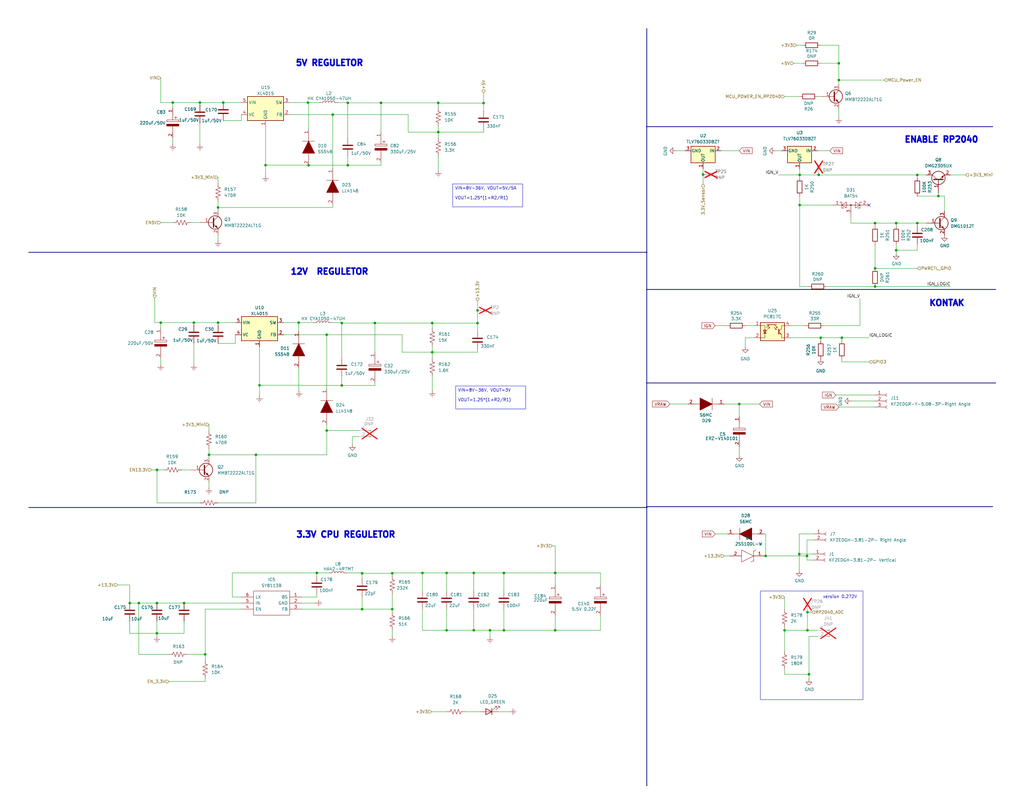
<source format=kicad_sch>
(kicad_sch (version 20231120) (generator "eeschema") (generator_version "8.0")
  (paper "User" 431 342)
  (junction (at 77.47 254))
  (junction (at 87.9567 191.5238))
  (junction (at 109.22 162.2591))
  (junction (at 66.04 266.7))
  (junction (at 295.91 73.4937))
  (junction (at 81.6019 135.89))
  (junction (at 133.35 241.3))
  (junction (at 66.04 254))
  (junction (at 200.9867 136.109))
  (junction (at 233.68 265.43))
  (junction (at 212.09 265.43))
  (junction (at 84.1419 43.18))
  (junction (at 160.3467 43.3232))
  (junction (at 181.9367 148.3438))
  (junction (at 386.08 73.66))
  (junction (at 345.44 142.24))
  (junction (at 129.5952 43.18))
  (junction (at 272.2111 106.2507) (diameter 0.3048))
  (junction (at 368.3 93.98))
  (junction (at 91.7921 135.89))
  (junction (at 272.2111 161.29) (diameter 0.3048))
  (junction (at 137.4867 181.3307))
  (junction (at 339.8499 265.43))
  (junction (at 368.3 120.65))
  (junction (at 72.7125 43.18))
  (junction (at 344.5606 73.66))
  (junction (at 368.3 113.03))
  (junction (at 311.15 170.18))
  (junction (at 184.4767 55.6338))
  (junction (at 212.09 241.3))
  (junction (at 330.2 265.43))
  (junction (at 354.33 142.24))
  (junction (at 137.4867 140.97))
  (junction (at 336.3771 233.348))
  (junction (at 111.76 69.5491))
  (junction (at 107.7044 191.5238))
  (junction (at 377.19 105.41))
  (junction (at 165.1 241.4213))
  (junction (at 152.4 241.4213))
  (junction (at 336.55 86.36))
  (junction (at 336.55 73.66))
  (junction (at 339.6674 234.1477))
  (junction (at 129.8667 69.6038))
  (junction (at 272.2111 121.92) (diameter 0.3048))
  (junction (at 322.2448 234.1477))
  (junction (at 206.248 265.43))
  (junction (at 177.8 241.3))
  (junction (at 200.9867 130.7165))
  (junction (at 377.19 93.98))
  (junction (at 394.97 82.55))
  (junction (at 233.68 241.3))
  (junction (at 272.2111 53.34) (diameter 0.3048))
  (junction (at 340.4851 283.9561))
  (junction (at 143.8367 162.3138))
  (junction (at 187.96 265.43))
  (junction (at 66.0848 197.8738))
  (junction (at 91.7667 87.3838))
  (junction (at 152.4 256.54))
  (junction (at 146.3767 43.3232))
  (junction (at 140.0267 48.26))
  (junction (at 199.39 241.3))
  (junction (at 353.06 33.7136))
  (junction (at 67.6367 135.89))
  (junction (at 339.8499 257.81))
  (junction (at 386.08 93.98))
  (junction (at 54.61 254))
  (junction (at 157.8067 136.0332))
  (junction (at 272.2111 213.36) (diameter 0.3048))
  (junction (at 181.8942 136.0332))
  (junction (at 143.8367 136.0332))
  (junction (at 93.98 43.18))
  (junction (at 86.36 275.59))
  (junction (at 353.06 26.67))
  (junction (at 58.42 254))
  (junction (at 272.2111 213.7291) (diameter 0.3048))
  (junction (at 125.6954 135.89))
  (junction (at 203.5267 43.399))
  (junction (at 165.1 256.54))
  (junction (at 187.96 241.3))
  (junction (at 146.3767 69.6038))
  (junction (at 184.4342 43.3232))
  (junction (at 199.39 265.43))
  (no_connect (at 365.76 86.36))
  (wire (pts (xy 81.6019 135.89) (xy 91.7921 135.89)))
  (wire (pts (xy 86.36 275.59) (xy 86.36 278.13)))
  (wire (pts (xy 140.0267 87.3838) (xy 140.0267 86.1138)))
  (wire (pts (xy 91.7667 88.6167) (xy 91.7825 88.6167)))
  (wire (pts (xy 177.8 241.3) (xy 165.1 241.3)))
  (wire (pts (xy 129.8667 54.3638) (xy 129.8667 43.18)))
  (wire (pts (xy 181.61 299.72) (xy 187.96 299.72)))
  (wire (pts (xy 137.4867 178.8238) (xy 137.4867 181.3307)))
  (wire (pts (xy 97.79 251.46) (xy 97.79 241.3)))
  (wire (pts (xy 143.8367 158.5038) (xy 143.8367 162.3138)))
  (wire (pts (xy 252.73 241.3) (xy 233.68 241.3)))
  (wire (pts (xy 311.15 187.96) (xy 311.15 191.77)))
  (wire (pts (xy 358.14 93.98) (xy 368.3 93.98)))
  (wire (pts (xy 133.35 241.3) (xy 133.35 242.57)))
  (wire (pts (xy 58.42 254) (xy 66.04 254)))
  (bus (pts (xy 272.2111 213.36) (xy 417.83 213.36)) (stroke (width 0.3048)))
  (wire (pts (xy 111.76 69.5491) (xy 111.76 73.1676)))
  (wire (pts (xy 169.2367 148.3438) (xy 181.9367 148.3438)))
  (wire (pts (xy 203.5267 39.1238) (xy 203.5267 43.399)))
  (wire (pts (xy 203.5267 43.399) (xy 203.5267 46.7438)))
  (wire (pts (xy 157.8067 162.3138) (xy 143.8367 162.3138)))
  (wire (pts (xy 336.55 73.66) (xy 344.5606 73.66)))
  (wire (pts (xy 165.1 241.3) (xy 165.1 241.4213)))
  (bus (pts (xy 272.2111 161.29) (xy 419.1 161.29)) (stroke (width 0.3048)))
  (wire (pts (xy 81.6019 137.16) (xy 81.6067 137.16)))
  (wire (pts (xy 339.6674 234.1477) (xy 339.6674 235.888)))
  (wire (pts (xy 377.19 102.87) (xy 377.19 105.41)))
  (wire (pts (xy 54.61 266.7) (xy 66.04 266.7)))
  (wire (pts (xy 284.48 63.5) (xy 288.29 63.5)))
  (wire (pts (xy 80.3367 93.6967) (xy 80.3367 93.7338)))
  (wire (pts (xy 326.39 63.5) (xy 328.93 63.5)))
  (wire (pts (xy 109.22 162.2591) (xy 109.22 165.8776)))
  (wire (pts (xy 91.7667 101.3538) (xy 91.7667 98.7767)))
  (wire (pts (xy 339.8499 257.81) (xy 339.8499 265.43)))
  (wire (pts (xy 137.4867 181.3307) (xy 151.13 181.3307)))
  (wire (pts (xy 111.76 53.34) (xy 111.76 69.5491)))
  (wire (pts (xy 199.39 256.54) (xy 199.39 265.43)))
  (wire (pts (xy 199.39 265.43) (xy 206.248 265.43)))
  (wire (pts (xy 87.9542 191.5238) (xy 87.9542 192.835)))
  (wire (pts (xy 304.7183 234.112) (xy 304.7183 234.1477)))
  (wire (pts (xy 75.2542 197.915) (xy 75.2542 197.8738)))
  (wire (pts (xy 195.58 299.72) (xy 201.93 299.72)))
  (wire (pts (xy 66.04 267.97) (xy 66.04 266.7)))
  (wire (pts (xy 143.51 136.0332) (xy 143.8367 136.0332)))
  (wire (pts (xy 143.8367 136.0332) (xy 157.8067 136.0332)))
  (wire (pts (xy 160.3467 55.6338) (xy 160.3467 43.3232)))
  (wire (pts (xy 91.7667 98.7767) (xy 91.7825 98.7767)))
  (wire (pts (xy 317.5 142.24) (xy 313.69 142.24)))
  (wire (pts (xy 397.51 82.55) (xy 394.97 82.55)))
  (wire (pts (xy 206.248 265.43) (xy 206.248 268.224)))
  (wire (pts (xy 84.1419 43.18) (xy 93.98 43.18)))
  (wire (pts (xy 199.39 241.3) (xy 187.96 241.3)))
  (bus (pts (xy 272.2111 161.29) (xy 272.2111 213.36)) (stroke (width 0.3048)))
  (wire (pts (xy 353.06 26.67) (xy 345.44 26.67)))
  (wire (pts (xy 165.1 257.81) (xy 165.1 256.54)))
  (wire (pts (xy 336.55 86.36) (xy 350.52 86.36)))
  (wire (pts (xy 233.68 259.08) (xy 233.68 265.43)))
  (wire (pts (xy 132.0501 135.89) (xy 132.0501 135.8854)))
  (wire (pts (xy 121.92 43.18) (xy 129.5952 43.18)))
  (bus (pts (xy 12.0996 213.7291) (xy 272.2111 213.7291)) (stroke (width 0.3048)))
  (wire (pts (xy 336.55 73.66) (xy 336.55 74.93)))
  (wire (pts (xy 87.9567 178.8238) (xy 87.9567 181.3638)))
  (wire (pts (xy 342.222 235.888) (xy 339.6674 235.888)))
  (wire (pts (xy 66.04 254) (xy 77.47 254)))
  (wire (pts (xy 157.8067 161.0438) (xy 157.8067 162.3138)))
  (wire (pts (xy 209.55 299.72) (xy 214.63 299.72)))
  (wire (pts (xy 67.6367 138.1838) (xy 67.6367 135.89)))
  (wire (pts (xy 87.9567 191.5238) (xy 107.7044 191.5238)))
  (wire (pts (xy 311.15 170.18) (xy 319.6894 170.18)))
  (wire (pts (xy 140.0267 48.26) (xy 140.0267 70.8738)))
  (wire (pts (xy 67.6367 135.89) (xy 81.6019 135.89)))
  (bus (pts (xy 12.0738 106.2507) (xy 272.2111 106.2507)) (stroke (width 0.3048)))
  (wire (pts (xy 137.4867 181.3307) (xy 137.4867 191.5238)))
  (wire (pts (xy 54.61 261.62) (xy 54.61 266.7)))
  (wire (pts (xy 330.2 251.46) (xy 330.2 256.54)))
  (wire (pts (xy 91.7667 74.6838) (xy 91.7667 77.2238)))
  (wire (pts (xy 336.55 71.12) (xy 336.55 73.66)))
  (wire (pts (xy 386.08 93.98) (xy 389.89 93.98)))
  (wire (pts (xy 101.6 251.46) (xy 97.79 251.46)))
  (wire (pts (xy 109.22 146.05) (xy 109.22 162.2591)))
  (wire (pts (xy 101.6 256.54) (xy 86.36 256.54)))
  (wire (pts (xy 368.3 113.03) (xy 386.08 113.03)))
  (wire (pts (xy 353.06 26.67) (xy 353.06 33.7136)))
  (wire (pts (xy 133.35 241.3) (xy 138.43 241.3)))
  (wire (pts (xy 67.6367 93.7338) (xy 72.7167 93.7338)))
  (wire (pts (xy 181.9367 148.3438) (xy 181.9367 150.8838)))
  (wire (pts (xy 137.4867 140.97) (xy 169.2367 140.97)))
  (wire (pts (xy 177.8 241.3) (xy 177.8 248.92)))
  (wire (pts (xy 187.96 241.3) (xy 177.8 241.3)))
  (wire (pts (xy 330.2 283.9561) (xy 340.4851 283.9561)))
  (wire (pts (xy 157.8067 148.3438) (xy 157.8067 136.0332)))
  (wire (pts (xy 65.0967 125.4838) (xy 65.0967 135.89)))
  (wire (pts (xy 212.09 256.54) (xy 212.09 265.43)))
  (wire (pts (xy 86.36 287.02) (xy 86.36 285.75)))
  (wire (pts (xy 171.7767 55.6338) (xy 184.4767 55.6338)))
  (wire (pts (xy 212.09 241.3) (xy 212.09 248.92)))
  (wire (pts (xy 78.74 275.59) (xy 86.36 275.59)))
  (wire (pts (xy 165.1 250.19) (xy 165.1 256.54)))
  (wire (pts (xy 129.8667 69.5491) (xy 129.8667 69.6038)))
  (wire (pts (xy 146.05 43.3232) (xy 146.3767 43.3232)))
  (wire (pts (xy 353.06 33.7136) (xy 372.11 33.7136)))
  (wire (pts (xy 67.6367 150.8838) (xy 67.6367 153.4238)))
  (wire (pts (xy 336.3771 224.8877) (xy 336.3771 233.348)))
  (wire (pts (xy 93.98 50.8) (xy 101.6 50.8)))
  (wire (pts (xy 148.336 183.896) (xy 148.336 187.198)))
  (bus (pts (xy 272.2111 53.34) (xy 272.2111 106.2507)) (stroke (width 0.3048)))
  (bus (pts (xy 272.2111 121.92) (xy 419.1 121.92)) (stroke (width 0.3048)))
  (wire (pts (xy 151.13 183.896) (xy 148.336 183.896)))
  (wire (pts (xy 184.4767 55.6338) (xy 184.4767 58.1738)))
  (wire (pts (xy 200.9867 136.109) (xy 200.9867 139.4538)))
  (bus (pts (xy 272.2111 121.92) (xy 272.2111 161.29)) (stroke (width 0.3048)))
  (wire (pts (xy 184.4342 43.3232) (xy 184.4767 43.3232)))
  (wire (pts (xy 87.9542 205.4938) (xy 87.9567 205.4938)))
  (wire (pts (xy 212.09 241.3) (xy 199.39 241.3)))
  (wire (pts (xy 72.7125 58.1395) (xy 72.7125 60.7138)))
  (wire (pts (xy 339.6674 227.4277) (xy 339.6674 234.1477)))
  (wire (pts (xy 303.53 63.5) (xy 311.15 63.5)))
  (wire (pts (xy 184.4767 53.0938) (xy 184.4767 55.6338)))
  (wire (pts (xy 81.6067 137.16) (xy 81.6067 136.9138)))
  (wire (pts (xy 181.9367 148.3438) (xy 200.9867 148.3438)))
  (wire (pts (xy 281.94 170.18) (xy 289.56 170.18)))
  (wire (pts (xy 386.08 102.87) (xy 386.08 105.41)))
  (wire (pts (xy 87.9567 188.9838) (xy 87.9567 191.5238)))
  (wire (pts (xy 146.3767 65.7938) (xy 146.3767 69.6038)))
  (wire (pts (xy 129.8667 43.18) (xy 129.5952 43.18)))
  (wire (pts (xy 313.69 137.16) (xy 317.5 137.16)))
  (wire (pts (xy 63.8267 197.8738) (xy 66.0848 197.8738)))
  (wire (pts (xy 109.22 162.2591) (xy 127.3267 162.2591)))
  (bus (pts (xy 272.2111 106.2507) (xy 272.2111 121.92)) (stroke (width 0.3048)))
  (wire (pts (xy 233.68 229.87) (xy 233.68 241.3)))
  (wire (pts (xy 300.99 137.16) (xy 306.07 137.16)))
  (wire (pts (xy 336.55 86.36) (xy 336.55 120.65)))
  (wire (pts (xy 146.3767 43.3232) (xy 160.3467 43.3232)))
  (wire (pts (xy 54.61 254) (xy 58.42 254)))
  (wire (pts (xy 322.2448 224.8972) (xy 322.2448 234.1477)))
  (wire (pts (xy 65.0967 135.89) (xy 67.6367 135.89)))
  (wire (pts (xy 340.4851 283.9561) (xy 340.4851 285.9585)))
  (wire (pts (xy 386.08 95.25) (xy 386.08 93.98)))
  (wire (pts (xy 336.3771 233.348) (xy 336.3771 240.1882)))
  (wire (pts (xy 101.6 50.8) (xy 101.6 48.26)))
  (wire (pts (xy 332.74 137.16) (xy 339.09 137.16)))
  (wire (pts (xy 77.47 254) (xy 101.6 254)))
  (wire (pts (xy 181.9367 138.1838) (xy 181.9367 136.0332)))
  (wire (pts (xy 152.4 241.3) (xy 152.4 241.4213)))
  (wire (pts (xy 49.53 246.38) (xy 54.61 246.38)))
  (wire (pts (xy 394.97 82.55) (xy 394.97 81.28)))
  (wire (pts (xy 181.9367 145.8038) (xy 181.9367 148.3438)))
  (wire (pts (xy 111.76 69.5491) (xy 129.8667 69.5491)))
  (wire (pts (xy 353.06 45.72) (xy 353.06 49.53)))
  (wire (pts (xy 160.3467 43.3232) (xy 184.4342 43.3232)))
  (bus (pts (xy 272.2111 213.36) (xy 272.2111 213.7291)) (stroke (width 0.3048)))
  (wire (pts (xy 125.73 154.94) (xy 125.73 164.7013)))
  (wire (pts (xy 233.68 246.38) (xy 233.68 241.3)))
  (wire (pts (xy 199.39 241.3) (xy 199.39 248.92)))
  (wire (pts (xy 200.9867 126.7538) (xy 200.9867 130.7165)))
  (wire (pts (xy 200.9867 136.109) (xy 181.8942 136.109)))
  (wire (pts (xy 84.1419 44.45) (xy 84.1419 43.18)))
  (bus (pts (xy 272.2111 213.7291) (xy 272.2111 330.8199)) (stroke (width 0.3048)))
  (wire (pts (xy 66.04 261.62) (xy 66.04 266.7)))
  (wire (pts (xy 353.06 171.45) (xy 368.2552 171.45)))
  (wire (pts (xy 311.15 170.18) (xy 311.15 175.26)))
  (wire (pts (xy 233.68 241.3) (xy 212.09 241.3)))
  (wire (pts (xy 184.4767 55.6338) (xy 203.5267 55.6338)))
  (wire (pts (xy 119.38 140.97) (xy 137.4867 140.97)))
  (wire (pts (xy 203.5267 55.6338) (xy 203.5267 54.3638)))
  (wire (pts (xy 187.96 241.3) (xy 187.96 248.92)))
  (wire (pts (xy 107.7044 211.7633) (xy 107.7044 191.5238)))
  (wire (pts (xy 330.2 265.43) (xy 330.2 274.32)))
  (wire (pts (xy 127.3267 162.3138) (xy 143.8367 162.3138)))
  (wire (pts (xy 353.06 33.7136) (xy 353.06 35.56)))
  (wire (pts (xy 91.7667 87.3838) (xy 140.0267 87.3838)))
  (wire (pts (xy 84.1625 93.6967) (xy 80.3367 93.6967)))
  (wire (pts (xy 295.91 71.12) (xy 295.91 73.4937)))
  (wire (pts (xy 353.06 19.05) (xy 353.06 26.67)))
  (wire (pts (xy 304.7183 234.1477) (xy 307.0048 234.1477)))
  (wire (pts (xy 344.17 265.43) (xy 339.8499 265.43)))
  (wire (pts (xy 361.95 137.16) (xy 346.71 137.16)))
  (wire (pts (xy 152.4 251.46) (xy 152.4 256.54)))
  (wire (pts (xy 75.2542 197.8738) (xy 76.5267 197.8738)))
  (wire (pts (xy 84.1467 44.45) (xy 84.1467 44.2038)))
  (wire (pts (xy 91.7921 144.6065) (xy 99.06 144.6065)))
  (wire (pts (xy 295.91 73.4937) (xy 295.91 77.47)))
  (wire (pts (xy 86.36 256.54) (xy 86.36 275.59)))
  (wire (pts (xy 160.3467 68.3338) (xy 160.3467 69.6038)))
  (wire (pts (xy 67.6367 32.7738) (xy 67.6367 43.18)))
  (wire (pts (xy 125.6954 135.89) (xy 132.0501 135.89)))
  (wire (pts (xy 377.19 105.41) (xy 386.08 105.41)))
  (wire (pts (xy 81.6067 144.5338) (xy 81.6067 153.4238)))
  (wire (pts (xy 91.7921 135.89) (xy 99.06 135.89)))
  (wire (pts (xy 151.13 181.3307) (xy 151.13 181.356)))
  (wire (pts (xy 368.3 93.98) (xy 368.3 95.25)))
  (wire (pts (xy 184.4342 43.399) (xy 184.4342 43.3232)))
  (wire (pts (xy 344.17 267.97) (xy 340.4851 267.97)))
  (wire (pts (xy 344.5606 73.66) (xy 386.08 73.66)))
  (wire (pts (xy 342.6375 224.8877) (xy 336.3771 224.8877)))
  (wire (pts (xy 146.05 43.1754) (xy 146.05 43.3232)))
  (wire (pts (xy 66.0848 197.8738) (xy 68.9067 197.8738)))
  (wire (pts (xy 252.73 265.43) (xy 233.68 265.43)))
  (wire (pts (xy 87.9542 202.995) (xy 87.9542 205.4938)))
  (wire (pts (xy 233.68 265.43) (xy 212.09 265.43)))
  (wire (pts (xy 336.55 82.55) (xy 336.55 86.36)))
  (wire (pts (xy 71.12 287.02) (xy 86.36 287.02)))
  (wire (pts (xy 125.6954 139.7) (xy 125.73 139.7)))
  (wire (pts (xy 377.19 105.41) (xy 377.19 106.68)))
  (wire (pts (xy 345.44 19.05) (xy 353.06 19.05)))
  (wire (pts (xy 165.1 256.54) (xy 152.4 256.54)))
  (wire (pts (xy 160.3467 69.6038) (xy 146.3767 69.6038)))
  (wire (pts (xy 91.7921 135.89) (xy 91.7921 136.9865)))
  (wire (pts (xy 306.2339 224.8877) (xy 301.0365 224.8877)))
  (wire (pts (xy 109.2247 165.8776) (xy 109.2247 166.707)))
  (wire (pts (xy 345.44 142.24) (xy 332.74 142.24)))
  (wire (pts (xy 187.96 265.43) (xy 199.39 265.43)))
  (wire (pts (xy 72.7125 45.4395) (xy 72.7125 43.18)))
  (wire (pts (xy 143.51 135.8854) (xy 139.6701 135.8854)))
  (wire (pts (xy 133.35 250.19) (xy 133.35 251.46)))
  (wire (pts (xy 340.4851 267.97) (xy 340.4851 283.9561)))
  (wire (pts (xy 66.0848 211.7633) (xy 66.0848 197.8738)))
  (wire (pts (xy 334.01 26.67) (xy 337.82 26.67)))
  (wire (pts (xy 339.6674 227.4277) (xy 342.6375 227.4277)))
  (wire (pts (xy 330.2 281.94) (xy 330.2 283.9561)))
  (wire (pts (xy 66.04 266.7) (xy 77.47 266.7)))
  (wire (pts (xy 252.73 246.38) (xy 252.73 241.3)))
  (wire (pts (xy 87.9542 191.5238) (xy 87.9567 191.5238)))
  (wire (pts (xy 386.08 74.93) (xy 386.08 73.66)))
  (wire (pts (xy 181.8942 136.109) (xy 181.8942 136.0332)))
  (wire (pts (xy 58.42 275.59) (xy 58.42 254)))
  (wire (pts (xy 129.5952 43.18) (xy 129.5952 43.1754)))
  (wire (pts (xy 54.61 246.38) (xy 54.61 254)))
  (wire (pts (xy 232.41 229.87) (xy 233.68 229.87)))
  (wire (pts (xy 165.1 242.57) (xy 165.1 241.4213)))
  (wire (pts (xy 125.73 164.7013) (xy 125.8771 164.7013)))
  (wire (pts (xy 146.05 43.1754) (xy 142.2101 43.1754)))
  (wire (pts (xy 84.1515 211.7633) (xy 66.0848 211.7633)))
  (wire (pts (xy 140.0267 48.26) (xy 171.7767 48.26)))
  (bus (pts (xy 272.2111 330.8199) (xy 272.3431 330.8199)))
  (wire (pts (xy 121.92 48.26) (xy 140.0267 48.26)))
  (wire (pts (xy 330.2 264.16) (xy 330.2 265.43)))
  (wire (pts (xy 165.1 241.4213) (xy 152.4 241.4213)))
  (wire (pts (xy 344.17 63.5) (xy 349.25 63.5)))
  (wire (pts (xy 347.98 120.65) (xy 368.3 120.65)))
  (wire (pts (xy 184.4767 45.4738) (xy 184.4767 43.3232)))
  (wire (pts (xy 361.95 125.73) (xy 361.95 137.16)))
  (wire (pts (xy 111.7647 73.1676) (xy 111.7647 73.997)))
  (wire (pts (xy 152.4 256.54) (xy 127 256.54)))
  (wire (pts (xy 354.33 142.24) (xy 345.44 142.24)))
  (wire (pts (xy 129.5952 43.1754) (xy 134.5901 43.1754)))
  (wire (pts (xy 157.8067 136.0332) (xy 181.8942 136.0332)))
  (wire (pts (xy 77.47 261.62) (xy 77.47 266.7)))
  (wire (pts (xy 377.19 93.98) (xy 377.19 95.25)))
  (wire (pts (xy 137.4867 140.97) (xy 137.4867 163.5838)))
  (wire (pts (xy 400.05 120.65) (xy 368.3 120.65)))
  (wire (pts (xy 206.248 265.43) (xy 212.09 265.43)))
  (wire (pts (xy 327.66 73.66) (xy 336.55 73.66)))
  (wire (pts (xy 72.7125 60.7138) (xy 72.7167 60.7138)))
  (wire (pts (xy 306.2339 224.8972) (xy 306.2339 224.8877)))
  (wire (pts (xy 72.7125 43.18) (xy 84.1419 43.18)))
  (wire (pts (xy 252.73 259.08) (xy 252.73 265.43)))
  (wire (pts (xy 177.8 256.54) (xy 177.8 265.43)))
  (wire (pts (xy 143.8367 136.0332) (xy 143.8367 150.8838)))
  (wire (pts (xy 200.9867 148.3438) (xy 200.9867 147.0738)))
  (wire (pts (xy 358.14 168.91) (xy 368.2552 168.91)))
  (wire (pts (xy 341.63 257.81) (xy 339.8499 257.81)))
  (wire (pts (xy 99.06 144.6065) (xy 99.06 140.97)))
  (wire (pts (xy 146.3767 43.3232) (xy 146.3767 58.1738)))
  (wire (pts (xy 339.8499 265.43) (xy 330.2 265.43)))
  (wire (pts (xy 365.76 152.4) (xy 354.33 152.4)))
  (wire (pts (xy 177.8 265.43) (xy 187.96 265.43)))
  (wire (pts (xy 129.8667 69.6038) (xy 146.3767 69.6038)))
  (wire (pts (xy 127.3267 162.2591) (xy 127.3267 162.3138)))
  (wire (pts (xy 368.3 102.87) (xy 368.3 113.03)))
  (wire (pts (xy 109.22 165.8776) (xy 109.2247 165.8776)))
  (wire (pts (xy 397.51 82.55) (xy 397.51 88.9)))
  (wire (pts (xy 184.4767 65.7938) (xy 184.4767 71.8898)))
  (wire (pts (xy 84.1419 44.45) (xy 84.1467 44.45)))
  (wire (pts (xy 386.08 93.98) (xy 377.19 93.98)))
  (wire (pts (xy 67.6367 43.18) (xy 72.7125 43.18)))
  (wire (pts (xy 187.96 256.54) (xy 187.96 265.43)))
  (wire (pts (xy 354.33 142.24) (xy 365.76 142.24)))
  (wire (pts (xy 336.3771 233.348) (xy 342.222 233.348)))
  (wire (pts (xy 71.12 275.59) (xy 58.42 275.59)))
  (wire (pts (xy 400.05 73.66) (xy 406.4 73.66)))
  (wire (pts (xy 386.08 73.66) (xy 389.89 73.66)))
  (wire (pts (xy 340.36 120.65) (xy 336.55 120.65)))
  (wire (pts (xy 91.7667 87.3838) (xy 91.7667 88.6167)))
  (wire (pts (xy 200.9867 130.7165) (xy 200.9867 136.109)))
  (wire (pts (xy 377.19 93.98) (xy 368.3 93.98)))
  (wire (pts (xy 169.2367 140.97) (xy 169.2367 148.3438)))
  (wire (pts (xy 354.33 152.4) (xy 354.33 151.13)))
  (wire (pts (xy 203.5267 43.399) (xy 184.4342 43.399)))
  (wire (pts (xy 330.2 40.64) (xy 336.55 40.64)))
  (wire (pts (xy 351.79 166.37) (xy 368.2552 166.37)))
  (wire (pts (xy 75.2542 197.915) (xy 80.3342 197.915)))
  (wire (pts (xy 345.44 142.24) (xy 345.44 143.51)))
  (wire (pts (xy 91.7667 84.8438) (xy 91.7667 87.3838)))
  (wire (pts (xy 181.9367 158.5038) (xy 181.9367 164.5998)))
  (wire (pts (xy 81.6019 137.16) (xy 81.6019 135.89)))
  (wire (pts (xy 322.2448 234.1477) (xy 339.6674 234.1477)))
  (wire (pts (xy 171.7767 48.26) (xy 171.7767 55.6338)))
  (wire (pts (xy 133.35 251.46) (xy 127 251.46)))
  (wire (pts (xy 354.33 143.51) (xy 354.33 142.24)))
  (wire (pts (xy 146.05 241.3) (xy 152.4 241.3)))
  (wire (pts (xy 84.1467 51.8238) (xy 84.1467 60.7138)))
  (wire (pts (xy 304.8 170.18) (xy 311.15 170.18)))
  (wire (pts (xy 335.28 19.05) (xy 337.82 19.05)))
  (wire (pts (xy 107.7044 191.5238) (xy 137.4867 191.5238)))
  (wire (pts (xy 165.1 265.43) (xy 165.1 267.97)))
  (wire (pts (xy 119.38 135.89) (xy 125.6954 135.89)))
  (wire (pts (xy 344.17 40.64) (xy 345.44 40.64)))
  (wire (pts (xy 313.69 142.24) (xy 313.69 146.05)))
  (wire (pts (xy 127 254) (xy 132.8116 254)))
  (wire (pts (xy 181.8942 136.0332) (xy 181.9367 136.0332)))
  (wire (pts (xy 143.51 135.8854) (xy 143.51 136.0332)))
  (wire (pts (xy 386.08 82.55) (xy 394.97 82.55)))
  (bus (pts (xy 272.2111 53.34) (xy 417.83 53.34)) (stroke (width 0.3048)))
  (wire (pts (xy 93.98 43.18) (xy 101.6 43.18)))
  (wire (pts (xy 321.4739 224.8972) (xy 322.2448 224.8972)))
  (bus (pts (xy 272.2111 12.0238) (xy 272.2111 53.34)) (stroke (width 0.3048)))
  (wire (pts (xy 152.4 241.4213) (xy 152.4 243.84)))
  (wire (pts (xy 111.76 73.1676) (xy 111.7647 73.1676)))
  (wire (pts (xy 97.79 241.3) (xy 133.35 241.3)))
  (wire (pts (xy 91.7715 211.7633) (xy 107.7044 211.7633)))
  (wire (pts (xy 125.6954 135.89) (xy 125.6954 139.7)))
  (wire (pts (xy 358.14 91.44) (xy 358.14 93.98)))
  (rectangle (start 320.04 248.92) (end 363.22 294.64))
  (text_box "VIN=8V-36V, VOUT=3V\n\nVOUT=1.25*(1+R2/R1)" (at 191.77 162.56 0) (size 29.464 9.652) (effects (font (size 1.27 1.27)) (justify left top)))
  (text_box "VIN=8V-36V, VOUT=5V/5A\n\nVOUT=1.25*(1+R2/R1)" (at 190.5 77.47 0) (size 29.464 9.652) (effects (font (size 1.27 1.27)) (justify left top)))
  (text "KONTAK" (at 398.526 127.762 0) (effects (font (size 2.54 2.54) (thickness 1.524) (bold yes))))
  (text "12V  REGULETOR\n" (at 138.684 114.554 0) (effects (font (size 2.54 2.54) (thickness 1.524) (bold yes))))
  (text "3.3V CPU REGULETOR\n" (at 145.542 225.298 0) (effects (font (size 2.54 2.54) (thickness 1.524) (bold yes))))
  (text "version 0.272V\n" (at 353.568 251.46 0) (effects (font (size 1.27 1.27))))
  (text "ENABLE RP2040\n" (at 396.24 58.928 0) (effects (font (size 2.54 2.54) (thickness 1.524) (bold yes))))
  (text "5V REGULETOR\n" (at 138.684 26.67 0) (effects (font (size 2.54 2.54) (thickness 1.524) (bold yes))))
  (label "IGN_V" (at 327.66 73.66 180))
  (label "IGN_V" (at 361.95 125.73 180))
  (label "IGN_LOGIC" (at 365.76 142.24 0))
  (label "IGN_LOGIC" (at 400.05 120.65 180))
  (global_label "VIN" (shape input) (at 311.15 63.5 0) (property "Intersheetrefs" "${INTERSHEET_REFS}" (effects (hide yes))))
  (global_label "VRAW" (shape input) (at 353.06 171.45 180) (property "Intersheetrefs" "${INTERSHEET_REFS}" (effects (hide yes))))
  (global_label "IGN" (shape input) (at 300.99 137.16 180) (property "Intersheetrefs" "${INTERSHEET_REFS}" (effects (hide yes))))
  (global_label "VIN" (shape input) (at 301.0365 224.8877 180) (property "Intersheetrefs" "${INTERSHEET_REFS}" (effects (hide yes))))
  (global_label "VRAW" (shape input) (at 281.94 170.18 180) (property "Intersheetrefs" "${INTERSHEET_REFS}" (effects (hide yes))))
  (global_label "VIN" (shape input) (at 319.6894 170.18 0) (property "Intersheetrefs" "${INTERSHEET_REFS}" (effects (hide yes))))
  (global_label "VIN" (shape input) (at 349.25 63.5 0) (property "Intersheetrefs" "${INTERSHEET_REFS}" (effects (hide yes))))
  (global_label "IGN" (shape input) (at 351.79 166.37 180) (property "Intersheetrefs" "${INTERSHEET_REFS}" (effects (hide yes))))
  (hierarchical_label "EN5V" (shape input) (at 67.6367 93.7338 180))
  (hierarchical_label "MCU_POWER_EN_RP2040" (shape input) (at 330.2 40.64 180))
  (hierarchical_label "RP2040_ADC" (shape input) (at 341.63 257.81 0))
  (hierarchical_label "+13.3V" (shape input) (at 49.53 246.38 180))
  (hierarchical_label "+5V" (shape input) (at 203.5267 39.1238 90))
  (hierarchical_label "+3V3_Mini" (shape input) (at 406.4 73.66 0))
  (hierarchical_label "+5V" (shape input) (at 334.01 26.67 180))
  (hierarchical_label "VIN" (shape input) (at 65.0967 125.4838 90))
  (hierarchical_label "EN_3.3V" (shape input) (at 71.12 287.02 180))
  (hierarchical_label "EN13.3V" (shape input) (at 63.8267 197.8738 180))
  (hierarchical_label "MCU_Power_EN" (shape input) (at 372.11 33.7136 0))
  (hierarchical_label "+3V3_Mini" (shape input) (at 91.7667 74.6838 180))
  (hierarchical_label "+3V3_Mini" (shape input) (at 87.9567 178.8238 180))
  (hierarchical_label "+3V3" (shape input) (at 330.2 251.46 180))
  (hierarchical_label "+13.3V" (shape input) (at 200.9867 126.7538 90))
  (hierarchical_label "VIN" (shape input) (at 67.6367 32.7738 180))
  (hierarchical_label "PWRCTL_GPIO" (shape input) (at 386.08 113.03 0))
  (hierarchical_label "GPIO3" (shape input) (at 365.76 152.4 0))
  (hierarchical_label "+3V3" (shape input) (at 181.61 299.72 180))
  (hierarchical_label "+3V3" (shape input) (at 232.41 229.87 180))
  (hierarchical_label "+13.3V" (shape input) (at 304.7183 234.112 180))
  (hierarchical_label "3.3V_Sensor" (shape input) (at 295.91 77.47 270))
  (hierarchical_label "+3V3" (shape input) (at 335.28 19.05 180))
  (symbol (lib_id "Device:R_US") (at 181.9367 154.6938 0) (unit 1)
    (property "Reference" "R162" (at 184.4767 153.4237 0) (effects (justify left)))
    (property "Value" "1.6K" (at 184.4767 155.9637 0) (effects (justify left)))
    (property "Footprint" "Resistor_SMD:R_0603_1608Metric" (effects (hide yes)))
    (property "Description" "Resistor, US symbol" (effects (hide yes)))
    (property "MPN" "0603WAF1601T5E" (effects (hide yes)))
  )
  (symbol (lib_id "Device:R") (at 309.88 137.16 270) (unit 1)
    (property "Reference" "R254" (at 309.88 131.9022 90))
    (property "Value" "3.3K" (at 309.88 134.2136 90))
    (property "Footprint" "Resistor_SMD:R_0603_1608Metric" (effects (hide yes)))
    (property "MPN" "0603WAF3301T5E" (effects (hide yes)))
  )
  (symbol (lib_id "power:GND") (at 284.48 63.5 270) (unit 1)
    (property "Reference" "#PWR0125" (effects (hide yes)))
    (property "Value" "GND" (at 280.0858 63.627 0))
  )
  (symbol (lib_id "Device:L") (at 135.8601 135.8854 90) (unit 1)
    (property "Reference" "L3" (at 135.8601 132.0754 90))
    (property "Value" "HX CYA1050-47UH" (at 136.0742 134.1794 90))
    (property "Footprint" "CYA1050-47UH:L_Bourns_SRR1208_12.7x12.7mm" (effects (hide yes)))
    (property "MPN" "HX CYA1050-47UH" (effects (hide yes)))
  )
  (symbol (lib_id "SS54B:SS54B") (at 129.8667 54.3638 270) (unit 1)
    (property "Reference" "D10" (at 133.6767 61.3488 90) (effects (justify left)))
    (property "Value" "SS54B" (at 133.6767 63.8888 90) (effects (justify left)))
    (property "Footprint" "Library:SS54B" (effects (hide yes)))
    (property "Datasheet" "https://datasheet.datasheetarchive.com/originals/distributors/Datasheets-3/DSA-43270.pdf" (effects (hide yes)))
    (property "Description" "HY Electronic Corp SS54B, SMT Rectifier Schottky Diode, 40V 5A, 2-Pin SMB" (effects (hide yes)))
    (property "Height" "2.44" (effects (hide yes)))
    (property "Manufacturer_Name" "HY Electronic" (effects (hide yes)))
    (property "Manufacturer_Part_Number" "SS54B" (effects (hide yes)))
    (property "MPN" "SS54B" (effects (hide yes)))
  )
  (symbol (lib_id "Device:R_US") (at 181.9367 141.9938 0) (unit 1)
    (property "Reference" "R161" (at 184.4767 140.7237 0) (effects (justify left)))
    (property "Value" "15K" (at 184.4767 143.2637 0) (effects (justify left)))
    (property "Footprint" "Resistor_SMD:R_0603_1608Metric" (effects (hide yes)))
    (property "Description" "Resistor, US symbol" (effects (hide yes)))
    (property "MPN" "0603WAF1502T5E" (effects (hide yes)))
  )
  (symbol (lib_id "Device:R") (at 344.17 120.65 270) (unit 1)
    (property "Reference" "R260" (at 344.17 115.3922 90))
    (property "Value" "DNP" (at 344.17 117.7036 90))
    (property "Footprint" "Resistor_SMD:R_0603_1608Metric" (effects (hide yes)))
  )
  (symbol (lib_id "UWT1H221MNL1GS:UWT1H221MNL1GS") (at 252.73 246.38 270) (unit 1)
    (property "Reference" "C140" (at 243.078 254.254 90) (effects (justify left)))
    (property "Value" "5.5V 0.22F" (at 240.538 256.54 90) (effects (justify left)))
    (property "Footprint" "Footprint Library:SuperCapacitor" (effects (hide yes)))
  )
  (symbol (lib_id "Device:R_US") (at 72.7167 197.8738 90) (unit 1)
    (property "Reference" "R159" (at 72.4627 192.2858 90))
    (property "Value" "10K" (at 72.4627 194.8258 90))
    (property "Footprint" "Resistor_SMD:R_0603_1608Metric" (effects (hide yes)))
    (property "Description" "Resistor, US symbol" (effects (hide yes)))
    (property "MPN" "0603WAF1002T5E" (effects (hide yes)))
  )
  (symbol (lib_id "Device:C") (at 187.96 252.73 180) (unit 1)
    (property "Reference" "C181" (at 189.484 250.444 0) (effects (justify right)))
    (property "Value" "22uF" (at 188.976 255.016 0) (effects (justify right)))
    (property "Footprint" "Capacitor_SMD:C_0603_1608Metric" (effects (hide yes)))
    (property "MPN" "CL10A226MQ8NRNC" (effects (hide yes)))
  )
  (symbol (lib_id "power:GND") (at 326.39 63.5 270) (unit 1)
    (property "Reference" "#PWR0124" (effects (hide yes)))
    (property "Value" "GND" (at 321.9958 63.627 0))
  )
  (symbol (lib_id "power:GND") (at 340.4851 285.9585 0) (unit 1)
    (property "Reference" "#PWR0237" (effects (hide yes)))
    (property "Value" "GND" (at 340.6121 290.3527 0))
  )
  (symbol (lib_id "Device:C") (at 177.8 252.73 180) (unit 1)
    (property "Reference" "C180" (at 179.324 250.444 0) (effects (justify right)))
    (property "Value" "22uF" (at 178.816 255.016 0) (effects (justify right)))
    (property "Footprint" "Capacitor_SMD:C_0603_1608Metric" (effects (hide yes)))
    (property "MPN" "CL10A226MQ8NRNC" (effects (hide yes)))
  )
  (symbol (lib_id "Device:R_US") (at 191.77 299.72 90) (unit 1)
    (property "Reference" "R168" (at 191.77 293.37 90))
    (property "Value" "2K" (at 191.77 295.91 90))
    (property "Footprint" "Resistor_SMD:R_0603_1608Metric" (effects (hide yes)))
    (property "Description" "Resistor, US symbol" (effects (hide yes)))
    (property "MPN" "0603WAF2001T5E" (effects (hide yes)))
  )
  (symbol (lib_id "Device:C") (at 152.4 247.65 180) (unit 1)
    (property "Reference" "C179" (at 153.924 245.364 0) (effects (justify right)))
    (property "Value" "22pF" (at 153.416 249.936 0) (effects (justify right)))
    (property "Footprint" "Capacitor_SMD:C_0603_1608Metric" (effects (hide yes)))
    (property "MPN" "CL10C220JB8NNNC" (effects (hide yes)))
  )
  (symbol (lib_name "UWT1H221MNL1GS_1") (lib_id "UWT1H221MNL1GS:UWT1H221MNL1GS") (at 311.15 175.26 270) (unit 1)
    (property "Reference" "C5" (at 302.768 182.88 90) (effects (justify left)))
    (property "Value" "ERZ-V14D101" (at 296.926 184.658 90) (effects (justify left)))
    (property "Footprint" "Footprint Library:ERZV14D101" (effects (hide yes)))
    (property "Datasheet" "https://www.mouser.com.tr/datasheet/2/315/AWA0000C1-1141750.pdf" (effects (hide yes)))
    (property "Description" "85V 60V 100V Plugin Varistors ROHS " (effects (hide yes)))
    (property "MPN" " ERZ-V14D101" (effects (hide yes)))
  )
  (symbol (lib_id "Device:C") (at 133.35 246.38 180) (unit 1)
    (property "Reference" "C178" (at 134.874 244.094 0) (effects (justify right)))
    (property "Value" "100nF" (at 134.366 248.666 0) (effects (justify right)))
    (property "Footprint" "Capacitor_SMD:C_0603_1608Metric" (effects (hide yes)))
    (property "MPN" "0603B104K500NT" (effects (hide yes)))
  )
  (symbol (lib_id "Device:C") (at 54.61 257.81 180) (unit 1)
    (property "Reference" "C175" (at 48.006 255.778 0) (effects (justify right)))
    (property "Value" "10uF" (at 42.926 260.604 0) (effects (justify right)))
    (property "Footprint" "Capacitor_SMD:C_0603_1608Metric" (effects (hide yes)))
    (property "MPN" " CL10A106MO8NQNC" (effects (hide yes)))
  )
  (symbol (lib_id "power:Earth") (at 87.9567 205.4938 0) (unit 1)
    (property "Reference" "#PWR0193" (effects (hide yes)))
    (property "Value" "Earth" (effects (hide yes)))
    (property "Description" "Power symbol creates a global label with name \"Earth\"" (effects (hide yes)))
  )
  (symbol (lib_name "GND_1") (lib_id "power:GND") (at 148.336 187.198 0) (unit 1)
    (property "Reference" "#PWR0163" (effects (hide yes)))
    (property "Value" "GND" (at 148.336 191.77 0))
    (property "Description" "Power symbol creates a global label with name \"GND\" , ground" (effects (hide yes)))
  )
  (symbol (lib_id "Device:R") (at 368.3 116.84 180) (unit 1)
    (property "Reference" "R261" (at 373.5578 116.84 90))
    (property "Value" "DNP" (at 371.2464 116.84 90))
    (property "Footprint" "Resistor_SMD:R_0603_1608Metric" (effects (hide yes)))
  )
  (symbol (lib_id "power:Earth") (at 353.06 49.53 0) (unit 1)
    (property "Reference" "#PWR049" (effects (hide yes)))
    (property "Value" "Earth" (effects (hide yes)))
    (property "Description" "Power symbol creates a global label with name \"Earth\"" (effects (hide yes)))
  )
  (symbol (lib_id "power:Earth") (at 81.6067 153.4238 0) (unit 1)
    (property "Reference" "#PWR0192" (effects (hide yes)))
    (property "Value" "Earth" (effects (hide yes)))
    (property "Description" "Power symbol creates a global label with name \"Earth\"" (effects (hide yes)))
  )
  (symbol (lib_id "Device:L") (at 142.24 241.3 90) (unit 1)
    (property "Reference" "L8" (at 142.24 237.49 90))
    (property "Value" "HA42-4R7MT" (at 142.4541 239.594 90))
    (property "Footprint" "Pro V3:Inductor_0402_4.7uH" (effects (hide yes)))
    (property "MPN" "HA42-4R7MT" (effects (hide yes)))
  )
  (symbol (lib_id "Sensor_Proximity:SFH9201") (at 325.12 139.7 0) (unit 1)
    (property "Reference" "U25" (at 325.12 130.81 0))
    (property "Value" "PC817C" (at 325.12 133.35 0))
    (property "Footprint" "HDMI 2.0 TX:PC817" (effects (hide yes)))
    (property "MPN" "PC817C_4PIN_SMD" (effects (hide yes)))
  )
  (symbol (lib_id "Device:C") (at 386.08 99.06 180) (unit 1)
    (property "Reference" "C208" (at 387.604 96.774 0) (effects (justify right)))
    (property "Value" "100nF" (at 387.096 101.346 0) (effects (justify right)))
    (property "Footprint" "Capacitor_SMD:C_0603_1608Metric" (effects (hide yes)))
    (property "MPN" "0603B104K500NT" (effects (hide yes)))
  )
  (symbol (lib_id "power:GND") (at 358.14 168.91 270) (unit 1)
    (property "Reference" "#PWR0207" (effects (hide yes)))
    (property "Value" "GND" (at 353.7458 169.037 0))
  )
  (symbol (lib_id "UWT1E331MNL1GS:UWT1E331MNL1GS") (at 160.3467 55.6338 270) (unit 1)
    (property "Reference" "C82" (at 164.1567 61.3488 90) (effects (justify left)))
    (property "Value" "330uF/25V" (at 164.1567 63.8888 90) (effects (justify left)))
    (property "Footprint" "Capacitor_SMD:C_Elec_8x10.2" (effects (hide yes)))
    (property "Datasheet" "https://datasheet.lcsc.com/lcsc/2211031700_KNSCHA-RVT330UF25V167RV0055_C5246574.pdf" (effects (hide yes)))
    (property "Description" "Nichicon Aluminium Electrolytic Capacitor 330uF 25V dc 8mm WT Series, Surface Mount Electrolytic, +/-20% 8 (Dia.) x 10mm" (effects (hide yes)))
    (property "Height" "10.5" (effects (hide yes)))
    (property "Manufacturer_Name" "Nichicon" (effects (hide yes)))
    (property "Manufacturer_Part_Number" "RVT330UF25V167RV0055 " (effects (hide yes)))
    (property "MPN" "RVT1E331M0810" (effects (hide yes)))
  )
  (symbol (lib_id "Device:R_US") (at 76.5267 93.7338 90) (unit 1)
    (property "Reference" "R158" (at 76.2727 88.1458 90))
    (property "Value" "10K" (at 76.2727 90.6858 90))
    (property "Footprint" "Resistor_SMD:R_0603_1608Metric" (effects (hide yes)))
    (property "Description" "Resistor, US symbol" (effects (hide yes)))
    (property "MPN" "0603WAF1002T5E" (effects (hide yes)))
  )
  (symbol (lib_name "LM1117-3.3_1") (lib_id "Regulator_Linear:LM1117-3.3") (at 336.55 63.5 0) (unit 1)
    (property "Reference" "U3" (at 336.55 55.88 0))
    (property "Value" "TLV76033DBZT" (at 336.55 58.42 0))
    (property "Footprint" "Package_TO_SOT_SMD:SOT-23" (effects (hide yes)))
    (property "Datasheet" "http://www.ti.com/lit/ds/symlink/lm1117.pdf" (effects (hide yes)))
    (property "MPN" "TLV76033DBZT" (effects (hide yes)))
  )
  (symbol (lib_id "SS54B:SS54B") (at 304.8 170.18 180) (unit 1)
    (property "Reference" "D29" (at 297.328 177.1569 0))
    (property "Value" "S6MC" (at 297.1176 174.7726 0))
    (property "Footprint" "Diode_SMD:S6MC" (effects (hide yes)))
    (property "Datasheet" "https://www.lcsc.com/product-detail/Diodes-General-Purpose_Shandong-Jingdao-Microelectronics-S6MC_C382843.html" (effects (hide yes)))
    (property "Manufacturer_Part_Number" "SS54B" (effects (hide yes)))
    (property "Mouser Part Number" "S6MC" (effects (hide yes)))
    (property "MPN" "S6MC" (effects (hide yes)))
  )
  (symbol (lib_id "Device:R_US") (at 91.7667 81.0338 0) (unit 1)
    (property "Reference" "R157" (at 94.3067 79.7637 0) (effects (justify left)))
    (property "Value" "470R" (at 94.3067 82.3037 0) (effects (justify left)))
    (property "Footprint" "Resistor_SMD:R_0603_1608Metric" (effects (hide yes)))
    (property "Description" "Resistor, US symbol" (effects (hide yes)))
    (property "MPN" "0603WAF4700T5E" (effects (hide yes)))
  )
  (symbol (lib_id "Connector:Conn_01x02_Pin") (at 156.21 181.356 0) (mirror y) (unit 1) (dnp yes)
    (property "Reference" "J32" (at 155.575 176.53 0))
    (property "Value" "DNP " (at 155.702 178.562 0))
    (property "Footprint" "Connector_PinHeader_2.54mm:PinHeader_1x02_P2.54mm_Vertical" (effects (hide yes)))
    (property "Description" "Generic connector, single row, 01x02, script generated" (effects (hide yes)))
  )
  (symbol (lib_id "Device:R") (at 341.63 26.67 270) (unit 1)
    (property "Reference" "R174" (at 341.63 21.4122 90))
    (property "Value" "DNP" (at 341.63 23.7236 90))
    (property "Footprint" "Resistor_SMD:R_0603_1608Metric" (effects (hide yes)))
    (instances (project "Movita_3566_XV_Router_V3.1" (path "" (reference "R174") (unit 1))) (project "RP2040" (path "" (reference "R50") (unit 1))))
  )
  (symbol (lib_id "Device:C") (at 81.6067 140.7238 180) (unit 1)
    (property "Reference" "C29" (at 75.0027 138.6918 0) (effects (justify right)))
    (property "Value" "1uF/50V" (at 72.7167 143.2638 0) (effects (justify right)))
    (property "Footprint" "Capacitor_SMD:C_0603_1608Metric" (effects (hide yes)))
    (property "MPN" "CL10A105KB8NNNC" (effects (hide yes)))
  )
  (symbol (lib_id "power:GND") (at 313.69 146.05 0) (unit 1)
    (property "Reference" "#PWR0224" (effects (hide yes)))
    (property "Value" "GND" (at 313.69 151.13 0))
    (property "Description" "Power symbol creates a global label with name \"GND\" , ground" (effects (hide yes)))
  )
  (symbol (lib_id "Connector:TestPoint") (at 344.5606 73.66 0) (unit 1) (dnp yes)
    (property "Reference" "TP27" (at 346.2479 69.0879 0) (effects (justify left)))
    (property "Value" "DNP" (at 346.2479 71.6279 0) (effects (justify left)))
    (property "Footprint" "TestPoint:TestPoint_Pad_1.0x1.0mm" (effects (hide yes)))
    (property "Description" "test point" (effects (hide yes)))
  )
  (symbol (lib_id "power:Earth") (at 72.7167 60.7138 0) (unit 1)
    (property "Reference" "#PWR0143" (effects (hide yes)))
    (property "Value" "Earth" (effects (hide yes)))
    (property "Description" "Power symbol creates a global label with name \"Earth\"" (effects (hide yes)))
  )
  (symbol (lib_id "UWT1H221MNL1GS:UWT1H221MNL1GS") (at 233.68 246.38 270) (unit 1)
    (property "Reference" "C184" (at 224.79 250.952 90) (effects (justify left)))
    (property "Value" "220uF" (at 224.536 252.73 90) (effects (justify left)))
    (property "Footprint" "Capacitor_SMD:CP_Elec_6.3x7.7" (effects (hide yes)))
    (property "Datasheet" "https://datasheet.lcsc.com/lcsc/2108241130_KNSCHA-RVT220UF16V67RV0015_C2887273.pdf" (effects (hide yes)))
    (property "Description" "Capacitor lytic SMD WT Series 50V 220uF" (effects (hide yes)))
    (property "Height" "7.7" (effects (hide yes)))
    (property "Manufacturer_Part_Number" "RVT220UF16V67RV0015" (effects (hide yes)))
    (property "MPN" "RVT220UF16V67RV0015" (effects (hide yes)))
  )
  (symbol (lib_id "Connector:Conn_01x02_Socket") (at 347.302 233.348 0) (unit 1)
    (property "Reference" "J1" (at 348.8345 233.3479 0) (effects (justify left)))
    (property "Value" "KF2EDGH-3.81-2P- Vertical" (at 348.8345 235.8879 0) (effects (justify left)))
    (property "Footprint" "Library:KF2EDGH-3.81-2P-Vertical" (effects (hide yes)))
    (property "Description" "Generic connector, single row, 01x02, script generated" (effects (hide yes)))
  )
  (symbol (lib_id "power:Earth") (at 109.2247 166.707 0) (mirror y) (unit 1)
    (property "Reference" "#PWR0194" (effects (hide yes)))
    (property "Value" "Earth" (effects (hide yes)))
    (property "Description" "Power symbol creates a global label with name \"Earth\"" (effects (hide yes)))
  )
  (symbol (lib_id "Device:R_US") (at 86.36 281.94 0) (unit 1)
    (property "Reference" "R164" (at 88.9 280.6699 0) (effects (justify left)))
    (property "Value" "10K" (at 88.9 283.2099 0) (effects (justify left)))
    (property "Footprint" "Resistor_SMD:R_0603_1608Metric" (effects (hide yes)))
    (property "Description" "Resistor, US symbol" (effects (hide yes)))
    (property "MPN" "0603WAF1002T5E" (effects (hide yes)))
  )
  (symbol (lib_id "SS54B:SS54B") (at 140.0267 70.8738 270) (unit 1)
    (property "Reference" "D23" (at 143.8367 77.8588 90) (effects (justify left)))
    (property "Value" "LL4148" (at 143.8367 80.3988 90) (effects (justify left)))
    (property "Footprint" "Pro V3:LL4148" (effects (hide yes)))
    (property "Datasheet" "https://www.onsemi.com/pdf/datasheet/ll4148-d.pdf" (effects (hide yes)))
    (property "MPN" "LL4148" (effects (hide yes)))
  )
  (symbol (lib_id "Connector:TestPoint") (at 295.91 73.4937 270) (unit 1) (dnp yes)
    (property "Reference" "TP25" (at 300.99 72.2236 90) (effects (justify left)))
    (property "Value" "DNP" (at 300.99 74.7636 90) (effects (justify left)))
    (property "Footprint" "TestPoint:TestPoint_Pad_1.0x1.0mm" (effects (hide yes)))
    (property "Description" "test point" (effects (hide yes)))
  )
  (symbol (lib_id "Device:R_US") (at 74.93 275.59 90) (unit 1)
    (property "Reference" "R163" (at 75.184 272.288 90))
    (property "Value" "DNP" (at 74.93 278.892 90))
    (property "Footprint" "Resistor_SMD:R_0603_1608Metric" (effects (hide yes)))
    (property "Description" "Resistor, US symbol" (effects (hide yes)))
  )
  (symbol (lib_id "Device:C") (at 200.9867 143.2638 180) (unit 1)
    (property "Reference" "C174" (at 204.7967 141.9937 0) (effects (justify right)))
    (property "Value" "330nF" (at 202.2567 145.8038 0) (effects (justify right)))
    (property "Footprint" "Capacitor_SMD:C_0603_1608Metric" (effects (hide yes)))
    (property "MPN" "0603B334K250NT" (effects (hide yes)))
  )
  (symbol (lib_id "power:Earth") (at 125.8771 164.7013 0) (mirror y) (unit 1)
    (property "Reference" "#PWR0227" (effects (hide yes)))
    (property "Value" "Earth" (effects (hide yes)))
    (property "Description" "Power symbol creates a global label with name \"Earth\"" (effects (hide yes)))
  )
  (symbol (lib_id "Connector:TestPoint") (at 200.9867 130.7165 270) (unit 1) (dnp yes)
    (property "Reference" "TP2" (at 206.4241 129.4464 90) (effects (justify left)))
    (property "Value" "DNP" (at 206.4241 131.9864 90) (effects (justify left)))
    (property "Footprint" "Connector_Pin:Pin_D1.0mm_L10.0mm" (effects (hide yes)))
    (property "Description" "test point" (effects (hide yes)))
  )
  (symbol (lib_id "power:Earth") (at 111.7647 73.997 0) (unit 1)
    (property "Reference" "#PWR040" (effects (hide yes)))
    (property "Value" "Earth" (effects (hide yes)))
    (property "Description" "Power symbol creates a global label with name \"Earth\"" (effects (hide yes)))
  )
  (symbol (lib_id "power:GND") (at 345.44 151.13 0) (unit 1)
    (property "Reference" "#PWR0225" (effects (hide yes)))
    (property "Value" "GND" (at 345.44 156.21 0))
    (property "Description" "Power symbol creates a global label with name \"GND\" , ground" (effects (hide yes)))
  )
  (symbol (lib_id "UWT1H221MNL1GS:UWT1H221MNL1GS") (at 72.7125 45.4395 270) (unit 1)
    (property "Reference" "C83" (at 65.8545 47.2175 90) (effects (justify left)))
    (property "Value" "220uF/50V" (at 58.7425 51.7895 90) (effects (justify left)))
    (property "Footprint" "Capacitor_SMD:C_Elec_10x10.2" (effects (hide yes)))
    (property "Datasheet" "https://datasheet.lcsc.com/lcsc/2108241130_KNSCHA-RVT220UF50V67RV0021_C2887271.pdf" (effects (hide yes)))
    (property "Description" " 220uF 50V 230mA@120Hz ±20% SMD,D10xL10.2mm Aluminum Electrolytic Capacitors - SMD ROHS" (effects (hide yes)))
    (property "Height" "10.5" (effects (hide yes)))
    (property "Manufacturer_Part_Number" "RVT220UF50V67RV0021" (effects (hide yes)))
    (property "MPN" "RVT1H221M1010" (effects (hide yes)))
  )
  (symbol (lib_id "Device:C") (at 91.7921 140.7965 180) (unit 1)
    (property "Reference" "C30" (at 86.1787 138.6918 0) (effects (justify right)))
    (property "Value" "1uF/50V" (at 82.6227 143.5178 0) (effects (justify right)))
    (property "Footprint" "Capacitor_SMD:C_0603_1608Metric" (effects (hide yes)))
    (property "MPN" "CL10A105KB8NNNC" (effects (hide yes)))
  )
  (symbol (lib_name "BC107_1") (lib_id "Transistor_BJT:BC107") (at 394.97 76.2 90) (unit 1)
    (property "Reference" "Q8" (at 394.97 67.31 90))
    (property "Value" "DMG2305UX" (at 394.97 69.85 90))
    (property "Footprint" "Package_TO_SOT_SMD:SOT-23" (effects (hide yes)))
    (property "Datasheet" "http://www.b-kainka.de/Daten/Transistor/BC108.pdf" (effects (hide yes)))
    (property "Description" "0.1A Ic, 50V Vce, Low Noise General Purpose NPN Transistor, TO-18" (effects (hide yes)))
    (property "MPN" "DMG2305UX" (effects (hide yes)))
  )
  (symbol (lib_id "Device:R") (at 354.33 147.32 0) (unit 1)
    (property "Reference" "R257" (at 349.0722 147.32 90))
    (property "Value" "1K" (at 351.3836 147.32 90))
    (property "Footprint" "Resistor_SMD:R_0603_1608Metric" (effects (hide yes)))
    (property "MPN" "0603WAF1001T5E" (effects (hide yes)))
  )
  (symbol (lib_id "Connector:Conn_01x03_Socket") (at 373.3352 168.91 0) (unit 1)
    (property "Reference" "J11" (at 374.822 167.6399 0) (effects (justify left)))
    (property "Value" "KF2EDGR-Y-5.08-3P-Right Angle" (at 374.822 170.1799 0) (effects (justify left)))
    (property "Footprint" "KF2EDGH:KF2EDGR-Y-5.08-3P-Right Angle" (effects (hide yes)))
    (property "Description" "Generic connector, single row, 01x03, script generated" (effects (hide yes)))
    (property "MPN" "KF2EDG -3P 5.08 封口 弯" (effects (hide yes)))
  )
  (symbol (lib_id "SS54B:SS54B") (at 137.4867 163.5838 270) (unit 1)
    (property "Reference" "D24" (at 141.2967 170.5688 90) (effects (justify left)))
    (property "Value" "LL4148" (at 141.2967 173.1088 90) (effects (justify left)))
    (property "Footprint" "Pro V3:LL4148" (effects (hide yes)))
    (property "Datasheet" "https://www.onsemi.com/pdf/datasheet/ll4148-d.pdf" (effects (hide yes)))
    (property "MPN" "LL4148" (effects (hide yes)))
  )
  (symbol (lib_id "power:Earth") (at 206.248 268.224 0) (unit 1)
    (property "Reference" "#PWR0200" (effects (hide yes)))
    (property "Value" "Earth" (effects (hide yes)))
    (property "Description" "Power symbol creates a global label with name \"Earth\"" (effects (hide yes)))
  )
  (symbol (lib_id "Device:L") (at 138.4001 43.1754 90) (unit 1)
    (property "Reference" "L2" (at 138.4001 39.3654 90))
    (property "Value" "HX CYA1050-47UH" (at 138.6142 41.4694 90))
    (property "Footprint" "CYA1050-47UH:L_Bourns_SRR1208_12.7x12.7mm" (effects (hide yes)))
    (property "MPN" "HX CYA1050-47UH" (effects (hide yes)))
  )
  (symbol (lib_name "SY8113B_1") (lib_id "SY8113B:SY8113B") (at 127 251.46 0) (mirror y) (unit 1)
    (property "Reference" "IC5" (at 114.3 244.094 0))
    (property "Value" "SY8113B" (at 114.3 246.634 0))
    (property "Footprint" "Library:SY8113B" (effects (hide yes)))
    (property "Datasheet" "https://www.olimex.com/Products/Breadboarding/BB-PWR-8113/resources/SY8113.pdf" (effects (hide yes)))
    (property "Description" "High Efficiency, 500kHz, 3A, 16V Input Synchronous Step Down Regulator" (effects (hide yes)))
    (property "Height" "1" (effects (hide yes)))
    (property "Manufacturer_Name" "Silergy" (effects (hide yes)))
    (property "Manufacturer_Part_Number" "SY8113B" (effects (hide yes)))
    (property "MPN" "SY8113BADC" (effects (hide yes)))
  )
  (symbol (lib_id "Device:C") (at 146.3767 61.9838 180) (unit 1)
    (property "Reference" "C84" (at 150.1867 60.7137 0) (effects (justify right)))
    (property "Value" "1uF/50V" (at 147.6467 64.5238 0) (effects (justify right)))
    (property "Footprint" "Capacitor_SMD:C_0603_1608Metric" (effects (hide yes)))
    (property "MPN" "CL10A105KB8NNNC" (effects (hide yes)))
  )
  (symbol (lib_id "power:GND") (at 336.3771 240.1882 0) (unit 1)
    (property "Reference" "#PWR071" (effects (hide yes)))
    (property "Value" "GND" (at 336.5041 244.5824 0))
  )
  (symbol (lib_id "power:Earth") (at 67.6367 153.4238 0) (unit 1)
    (property "Reference" "#PWR06" (effects (hide yes)))
    (property "Value" "Earth" (effects (hide yes)))
    (property "Description" "Power symbol creates a global label with name \"Earth\"" (effects (hide yes)))
  )
  (symbol (lib_id "Device:C") (at 212.09 252.73 180) (unit 1)
    (property "Reference" "C183" (at 213.614 250.444 0) (effects (justify right)))
    (property "Value" "100nF" (at 213.106 255.016 0) (effects (justify right)))
    (property "Footprint" "Capacitor_SMD:C_0603_1608Metric" (effects (hide yes)))
    (property "MPN" "0603B104K500NT" (effects (hide yes)))
  )
  (symbol (lib_id "Device:R") (at 377.19 99.06 180) (unit 1)
    (property "Reference" "R252" (at 382.4478 99.06 90))
    (property "Value" "100K" (at 380.1364 99.06 90))
    (property "Footprint" "Resistor_SMD:R_0603_1608Metric" (effects (hide yes)))
    (property "MPN" "0603WAF1003T5E" (effects (hide yes)))
  )
  (symbol (lib_id "Device:C") (at 143.8367 154.6938 180) (unit 1)
    (property "Reference" "C172" (at 147.6467 153.4237 0) (effects (justify right)))
    (property "Value" "1uF/50V" (at 145.1067 157.2338 0) (effects (justify right)))
    (property "Footprint" "Capacitor_SMD:C_0603_1608Metric" (effects (hide yes)))
    (property "MPN" "CL10A105KB8NNNC" (effects (hide yes)))
  )
  (symbol (lib_id "power:Earth") (at 91.7667 101.3538 0) (unit 1)
    (property "Reference" "#PWR0148" (effects (hide yes)))
    (property "Value" "Earth" (effects (hide yes)))
    (property "Description" "Power symbol creates a global label with name \"Earth\"" (effects (hide yes)))
  )
  (symbol (lib_id "UWT1H221MNL1GS:UWT1H221MNL1GS") (at 67.6367 138.1838 270) (unit 1)
    (property "Reference" "C28" (at 60.7787 139.9618 90) (effects (justify left)))
    (property "Value" "220uF/50V" (at 53.6667 144.5338 90) (effects (justify left)))
    (property "Footprint" "Capacitor_SMD:C_Elec_10x10.2" (effects (hide yes)))
    (property "Datasheet" "https://datasheet.lcsc.com/lcsc/2108241130_KNSCHA-RVT220UF50V67RV0021_C2887271.pdf" (effects (hide yes)))
    (property "Description" " 220uF 50V 230mA@120Hz ±20% SMD,D10xL10.2mm Aluminum Electrolytic Capacitors - SMD ROHS" (effects (hide yes)))
    (property "Height" "10.5" (effects (hide yes)))
    (property "Manufacturer_Part_Number" "RVT220UF50V67RV0021" (effects (hide yes)))
    (property "MPN" "RVT1H221M1010" (effects (hide yes)))
  )
  (symbol (lib_id "Device:R_US") (at 87.9567 185.1738 0) (unit 1)
    (property "Reference" "R160" (at 90.4967 183.9037 0) (effects (justify left)))
    (property "Value" "470R" (at 90.4967 186.4437 0) (effects (justify left)))
    (property "Footprint" "Resistor_SMD:R_0603_1608Metric" (effects (hide yes)))
    (property "Description" "Resistor, US symbol" (effects (hide yes)))
    (property "MPN" "0603WAF4700T5E" (effects (hide yes)))
  )
  (symbol (lib_id "Diode:BAT54AW") (at 358.14 86.36 0) (unit 1)
    (property "Reference" "D31" (at 358.14 80.01 0))
    (property "Value" "BAT54" (at 358.14 82.55 0))
    (property "Footprint" "Package_TO_SOT_SMD:SOT-23" (effects (hide yes)))
    (property "MPN" "BAT54" (effects (hide yes)))
  )
  (symbol (lib_id "Device:R_US") (at 330.2 278.13 0) (unit 1)
    (property "Reference" "R179" (at 332.74 276.8599 0) (effects (justify left)))
    (property "Value" "180R" (at 332.74 279.3999 0) (effects (justify left)))
    (property "Footprint" "Resistor_SMD:R_0603_1608Metric" (effects (hide yes)))
    (property "Description" "Resistor, US symbol" (effects (hide yes)))
    (property "MPN" "0603WAF1800T5E" (effects (hide yes)))
  )
  (symbol (lib_id "Device:R") (at 342.9 137.16 270) (unit 1)
    (property "Reference" "R255" (at 342.9 131.9022 90))
    (property "Value" "33R" (at 342.9 134.2136 90))
    (property "Footprint" "Resistor_SMD:R_0603_1608Metric" (effects (hide yes)))
    (property "MPN" "0603WAF330JT5E" (effects (hide yes)))
  )
  (symbol (lib_id "Device:R_US") (at 184.4767 61.9838 0) (unit 1)
    (property "Reference" "R156" (at 187.0167 60.7137 0) (effects (justify left)))
    (property "Value" "3.3K" (at 187.0167 63.2537 0) (effects (justify left)))
    (property "Footprint" "Resistor_SMD:R_0603_1608Metric" (effects (hide yes)))
    (property "Description" "Resistor, US symbol" (effects (hide yes)))
    (property "MPN" "0603WAF3301T5E" (effects (hide yes)))
  )
  (symbol (lib_id "Device:R_US") (at 87.9615 211.7633 90) (unit 1)
    (property "Reference" "R173" (at 80.0571 207.2753 90))
    (property "Value" "DNP" (at 94.2524 207.201 90))
    (property "Footprint" "Resistor_SMD:R_0603_1608Metric" (effects (hide yes)))
    (property "Description" "Resistor, US symbol" (effects (hide yes)))
  )
  (symbol (lib_id "Device:C") (at 84.1467 48.0138 180) (unit 1)
    (property "Reference" "C169" (at 77.5427 45.9818 0) (effects (justify right)))
    (property "Value" "1uF/50V" (at 75.2567 50.5538 0) (effects (justify right)))
    (property "Footprint" "Capacitor_SMD:C_0603_1608Metric" (effects (hide yes)))
    (property "MPN" "CL10A105KB8NNNC" (effects (hide yes)))
  )
  (symbol (lib_id "Device:R_US") (at 184.4767 49.2838 0) (unit 1)
    (property "Reference" "R155" (at 187.0167 48.0137 0) (effects (justify left)))
    (property "Value" "10K" (at 187.0167 50.5537 0) (effects (justify left)))
    (property "Footprint" "Resistor_SMD:R_0603_1608Metric" (effects (hide yes)))
    (property "Description" "Resistor, US symbol" (effects (hide yes)))
    (property "MPN" "0603WAF1002T5E" (effects (hide yes)))
  )
  (symbol (lib_id "Device:C") (at 203.5267 50.5538 180) (unit 1)
    (property "Reference" "C171" (at 207.3367 49.2837 0) (effects (justify right)))
    (property "Value" "330nF" (at 204.7967 53.0938 0) (effects (justify right)))
    (property "Footprint" "Capacitor_SMD:C_0603_1608Metric" (effects (hide yes)))
    (property "MPN" "0603B334K250NT" (effects (hide yes)))
  )
  (symbol (lib_id "Regulator_Switching:XL4015") (at 111.76 45.72 0) (unit 1)
    (property "Reference" "U15" (at 111.76 36.83 0))
    (property "Value" "XL4015" (at 111.76 39.37 0))
    (property "Footprint" "Package_TO_SOT_SMD:TO-263-5_TabPin3" (effects (hide yes)))
    (property "Datasheet" "http://www.xlsemi.net/datasheet/XL4015%20datasheet-English.pdf" (effects (hide yes)))
    (property "MPN" "XL4015" (effects (hide yes)))
  )
  (symbol (lib_id "power:Earth") (at 184.4767 71.8898 0) (unit 1)
    (property "Reference" "#PWR0147" (effects (hide yes)))
    (property "Value" "Earth" (effects (hide yes)))
    (property "Description" "Power symbol creates a global label with name \"Earth\"" (effects (hide yes)))
  )
  (symbol (lib_id "UWT1E331MNL1GS:UWT1E331MNL1GS") (at 157.8067 148.3438 270) (unit 1)
    (property "Reference" "C32" (at 161.6167 154.0588 90) (effects (justify left)))
    (property "Value" "330uF/25V" (at 161.6167 156.5988 90) (effects (justify left)))
    (property "Footprint" "Capacitor_SMD:C_Elec_8x10.2" (effects (hide yes)))
    (property "Datasheet" "https://datasheet.lcsc.com/lcsc/2211031700_KNSCHA-RVT330UF25V167RV0055_C5246574.pdf" (effects (hide yes)))
    (property "Description" "Nichicon Aluminium Electrolytic Capacitor 330uF 25V dc 8mm WT Series, Surface Mount Electrolytic, +/-20% 8 (Dia.) x 10mm" (effects (hide yes)))
    (property "Height" "10.5" (effects (hide yes)))
    (property "Manufacturer_Name" "Nichicon" (effects (hide yes)))
    (property "Manufacturer_Part_Number" "RVT330UF25V167RV0055 " (effects (hide yes)))
    (property "MPN" "RVT1E331M0810" (effects (hide yes)))
  )
  (symbol (lib_id "Device:R_US") (at 330.2 260.35 0) (unit 1)
    (property "Reference" "R178" (at 332.74 259.0799 0) (effects (justify left)))
    (property "Value" "2K" (at 332.74 261.6199 0) (effects (justify left)))
    (property "Footprint" "Resistor_SMD:R_0603_1608Metric" (effects (hide yes)))
    (property "Description" "Resistor, US symbol" (effects (hide yes)))
    (property "MPN" "0603WAF2001T5E" (effects (hide yes)))
  )
  (symbol (lib_id "Transistor_BJT:2N3055") (at 85.4142 197.915 0) (unit 1)
    (property "Reference" "Q2" (at 91.44 196.6449 0) (effects (justify left)))
    (property "Value" "MMBT2222ALT1G" (at 91.44 199.1849 0) (effects (justify left)))
    (property "Footprint" "HDMI 2.0 TX:MMBT2222ALT1G" (effects (hide yes)))
    (property "Datasheet" "https://datasheet.lcsc.com/lcsc/2304140030_onsemi-MMBT2222ALT1G_C82460.pdf" (effects (hide yes)))
    (property "Description" "40V 225mW 100@150mA,10V 600mA NPN SOT-23(TO-236) Bipolar Transistors - BJT ROHS" (effects (hide yes)))
    (property "MPN" "MMBT2222A" (effects (hide yes)))
  )
  (symbol (lib_id "Device:R") (at 368.3 99.06 180) (unit 1)
    (property "Reference" "R251" (at 373.5578 99.06 90))
    (property "Value" "1K" (at 371.2464 99.06 90))
    (property "Footprint" "Resistor_SMD:R_0603_1608Metric" (effects (hide yes)))
    (property "MPN" "0603WAF1001T5E" (effects (hide yes)))
  )
  (symbol (lib_id "Transistor_BJT:2N3055") (at 89.2425 93.6967 0) (unit 1)
    (property "Reference" "Q3" (at 94.3225 92.4266 0) (effects (justify left)))
    (property "Value" "MMBT2222ALT1G" (at 94.3225 94.9666 0) (effects (justify left)))
    (property "Footprint" "HDMI 2.0 TX:MMBT2222ALT1G" (effects (hide yes)))
    (property "Datasheet" "https://datasheet.lcsc.com/lcsc/2304140030_onsemi-MMBT2222ALT1G_C82460.pdf" (effects (hide yes)))
    (property "Description" "40V 225mW 100@150mA,10V 600mA NPN SOT-23(TO-236) Bipolar Transistors - BJT ROHS" (effects (hide yes)))
    (property "MPN" "MMBT2222A" (effects (hide yes)))
  )
  (symbol (lib_id "SS54B:SS54B") (at 306.2339 224.8972 0) (unit 1)
    (property "Reference" "D28" (at 313.8539 217.1741 0))
    (property "Value" "S6MC" (at 313.8539 219.7141 0))
    (property "Footprint" "Diode_SMD:S6MC" (effects (hide yes)))
    (property "Datasheet" "https://www.lcsc.com/product-detail/Diodes-General-Purpose_Shandong-Jingdao-Microelectronics-S6MC_C382843.html" (effects (hide yes)))
    (property "Manufacturer_Part_Number" "SS54B" (effects (hide yes)))
    (property "Mouser Part Number" "S6MC" (effects (hide yes)))
    (property "MPN" "S6MC" (effects (hide yes)))
  )
  (symbol (lib_id "Device:R") (at 336.55 78.74 180) (unit 1)
    (property "Reference" "R250" (at 341.8078 78.74 90))
    (property "Value" "1K" (at 339.4964 78.74 90))
    (property "Footprint" "Resistor_SMD:R_0603_1608Metric" (effects (hide yes)))
    (property "MPN" "0603WAF1001T5E" (effects (hide yes)))
  )
  (symbol (lib_name "BC107_1") (lib_id "Transistor_BJT:BC107") (at 394.97 93.98 0) (unit 1)
    (property "Reference" "Q9" (at 400.05 92.7099 0) (effects (justify left)))
    (property "Value" "DMG1012T" (at 400.05 95.2499 0) (effects (justify left)))
    (property "Footprint" "Package_TO_SOT_SMD:SOT-523" (effects (hide yes)))
    (property "Datasheet" "http://www.b-kainka.de/Daten/Transistor/BC108.pdf" (effects (hide yes)))
    (property "Description" "0.1A Ic, 50V Vce, Low Noise General Purpose NPN Transistor, TO-18" (effects (hide yes)))
    (property "MPN" "DMG1012T" (effects (hide yes)))
  )
  (symbol (lib_id "Device:C") (at 66.04 257.81 180) (unit 1)
    (property "Reference" "C176" (at 59.436 255.778 0) (effects (justify right)))
    (property "Value" "10uF" (at 55.118 260.604 0) (effects (justify right)))
    (property "Footprint" "Capacitor_SMD:C_0603_1608Metric" (effects (hide yes)))
    (property "MPN" " CL10A106MO8NQNC" (effects (hide yes)))
  )
  (symbol (lib_id "SS54B:SS54B") (at 125.73 139.7 90) (mirror x) (unit 1)
    (property "Reference" "D11" (at 121.92 146.685 90) (effects (justify left)))
    (property "Value" "SS54B" (at 121.92 149.225 90) (effects (justify left)))
    (property "Footprint" "Library:SS54B" (effects (hide yes)))
    (property "Datasheet" "https://datasheet.datasheetarchive.com/originals/distributors/Datasheets-3/DSA-43270.pdf" (effects (hide yes)))
    (property "Description" "HY Electronic Corp SS54B, SMT Rectifier Schottky Diode, 40V 5A, 2-Pin SMB" (effects (hide yes)))
    (property "Height" "2.44" (effects (hide yes)))
    (property "Manufacturer_Name" "HY Electronic" (effects (hide yes)))
    (property "Manufacturer_Part_Number" "SS54B" (effects (hide yes)))
    (property "MPN" "SS54B" (effects (hide yes)))
  )
  (symbol (lib_id "Connector:Conn_01x02_Pin") (at 349.25 265.43 0) (mirror y) (unit 1) (dnp yes)
    (property "Reference" "J41" (at 348.615 260.35 0))
    (property "Value" "DNP" (at 348.615 262.89 0))
    (property "Footprint" "Connector_PinSocket_2.00mm:PinSocket_1x02_P2.00mm_Vertical" (effects (hide yes)))
    (property "Description" "Generic connector, single row, 01x02, script generated" (effects (hide yes)))
  )
  (symbol (lib_id "Device:R") (at 386.08 78.74 180) (unit 1)
    (property "Reference" "R253" (at 391.3378 78.74 90))
    (property "Value" "100K" (at 389.0264 78.74 90))
    (property "Footprint" "Resistor_SMD:R_0603_1608Metric" (effects (hide yes)))
    (property "MPN" "0603WAF1003T5E" (effects (hide yes)))
  )
  (symbol (lib_id "Device:R") (at 345.44 147.32 0) (unit 1)
    (property "Reference" "R256" (at 340.1822 147.32 90))
    (property "Value" "10K" (at 342.4936 147.32 90))
    (property "Footprint" "Resistor_SMD:R_0603_1608Metric" (effects (hide yes)))
    (property "MPN" "0603WAF1002T5E" (effects (hide yes)))
  )
  (symbol (lib_id "power:GND") (at 311.15 191.77 0) (unit 1)
    (property "Reference" "#PWR046" (effects (hide yes)))
    (property "Value" "GND" (at 311.277 196.1642 0))
  )
  (symbol (lib_id "power:GND") (at 397.51 99.06 0) (unit 1)
    (property "Reference" "#PWR0108" (effects (hide yes)))
    (property "Value" "GND" (at 397.637 103.4542 0))
  )
  (symbol (lib_id "Device:C") (at 199.39 252.73 180) (unit 1)
    (property "Reference" "C182" (at 200.914 250.444 0) (effects (justify right)))
    (property "Value" "100nF" (at 200.406 255.016 0) (effects (justify right)))
    (property "Footprint" "Capacitor_SMD:C_0603_1608Metric" (effects (hide yes)))
    (property "MPN" "0603B104K500NT" (effects (hide yes)))
  )
  (symbol (lib_id "power:Earth") (at 165.1 267.97 0) (unit 1)
    (property "Reference" "#PWR0199" (effects (hide yes)))
    (property "Value" "Earth" (effects (hide yes)))
    (property "Description" "Power symbol creates a global label with name \"Earth\"" (effects (hide yes)))
  )
  (symbol (lib_id "power:Earth") (at 84.1467 60.7138 0) (unit 1)
    (property "Reference" "#PWR0141" (effects (hide yes)))
    (property "Value" "Earth" (effects (hide yes)))
    (property "Description" "Power symbol creates a global label with name \"Earth\"" (effects (hide yes)))
  )
  (symbol (lib_id "Device:R_US") (at 165.1 246.38 0) (unit 1)
    (property "Reference" "R165" (at 167.64 245.1099 0) (effects (justify left)))
    (property "Value" "232K" (at 166.878 247.65 0) (effects (justify left)))
    (property "Footprint" "Resistor_SMD:R_0603_1608Metric" (effects (hide yes)))
    (property "Description" "Resistor, US symbol" (effects (hide yes)))
    (property "MPN" "FRC0603F2323TS" (effects (hide yes)))
  )
  (symbol (lib_id "Device:C") (at 77.47 257.81 180) (unit 1)
    (property "Reference" "C177" (at 70.866 255.778 0) (effects (justify right)))
    (property "Value" "10uF" (at 66.548 260.35 0) (effects (justify right)))
    (property "Footprint" "Capacitor_SMD:C_0603_1608Metric" (effects (hide yes)))
    (property "MPN" " CL10A106MO8NQNC" (effects (hide yes)))
  )
  (symbol (lib_id "Device:R") (at 340.36 40.64 90) (unit 1)
    (property "Reference" "R26" (at 340.36 45.8978 90))
    (property "Value" "DNP" (at 340.36 43.5864 90))
    (property "Footprint" "Resistor_SMD:R_0603_1608Metric" (effects (hide yes)))
    (instances (project "Movita_3566_XV_Router_V3.1" (path "" (reference "R26") (unit 1))) (project "RP2040" (path "" (reference "R50") (unit 1))))
  )
  (symbol (lib_id "Device:LED") (at 205.74 299.72 180) (unit 1)
    (property "Reference" "D25" (at 207.3275 293.116 0))
    (property "Value" "LED_GREEN" (at 207.3275 295.656 0))
    (property "Footprint" "LED_SMD:LED_0603_1608Metric" (effects (hide yes)))
    (property "Description" "Light emitting diode" (effects (hide yes)))
    (property "MPN" "0603 翠绿色 LED" (effects (hide yes)))
  )
  (symbol (lib_id "power:GND") (at 377.19 106.68 0) (unit 1)
    (property "Reference" "#PWR065" (effects (hide yes)))
    (property "Value" "GND" (at 377.317 111.0742 0))
  )
  (symbol (lib_id "Connector:Conn_01x02_Socket") (at 347.7175 224.8877 0) (unit 1)
    (property "Reference" "J7" (at 349.25 224.8876 0) (effects (justify left)))
    (property "Value" "KF2EDGH-3.81-2P- Right Angle" (at 349.25 227.4276 0) (effects (justify left)))
    (property "Footprint" "KF2EDGH:KF2EDGH-3.81-2P" (effects (hide yes)))
    (property "Description" "Generic connector, single row, 01x02, script generated" (effects (hide yes)))
    (property "MPN" "KF2EDGV-3.81 2p 直针" (effects (hide yes)))
  )
  (symbol (lib_id "2SS100LW:2SS100L-W") (at 322.2448 234.1477 180) (unit 1)
    (property "Reference" "D4" (at 315.1328 226.5277 0))
    (property "Value" "2SS100L-W" (at 315.1328 229.0677 0))
    (property "Footprint" "2SS100L-W:2SS100LW" (effects (hide yes)))
    (property "Datasheet" "https://componentsearchengine.com/Datasheets/1/2SS100L-W.pdf" (effects (hide yes)))
    (property "Description" "Schottky Diodes & Rectifiers 100V 2A SM SCHOTTKY Barrier Rectifier" (effects (hide yes)))
    (property "Height" "1" (effects (hide yes)))
    (property "Manufacturer_Name" "Rectron" (effects (hide yes)))
    (property "Manufacturer_Part_Number" "2SS100L-W" (effects (hide yes)))
    (property "Mouser Part Number" "583-2SS100L-W" (effects (hide yes)))
    (property "Mouser Price/Stock" "https://www.mouser.co.uk/ProductDetail/Rectron/2SS100L-W?qs=5aG0NVq1C4wsv0OtzLcEnw%3D%3D" (effects (hide yes)))
    (property "Arrow Part Number" "2SS100L-W" (effects (hide yes)))
    (property "Arrow Price/Stock" "https://www.arrow.com/en/products/2ss100l-w/rectron?region=nac" (effects (hide yes)))
    (property "MPN" "2SS100L-W" (effects (hide yes)))
  )
  (symbol (lib_id "Device:C") (at 93.98 46.99 180) (unit 1)
    (property "Reference" "C170" (at 86.36 46.228 0) (effects (justify right)))
    (property "Value" "1uF/50V" (at 84.836 50.8 0) (effects (justify right)))
    (property "Footprint" "Capacitor_SMD:C_0603_1608Metric" (effects (hide yes)))
    (property "MPN" "CL10A105KB8NNNC" (effects (hide yes)))
  )
  (symbol (lib_id "power:Earth") (at 214.63 299.72 90) (unit 1)
    (property "Reference" "#PWR0201" (effects (hide yes)))
    (property "Value" "Earth" (effects (hide yes)))
    (property "Description" "Power symbol creates a global label with name \"Earth\"" (effects (hide yes)))
  )
  (symbol (lib_id "power:Earth") (at 132.8116 254 90) (unit 1)
    (property "Reference" "#PWR0198" (effects (hide yes)))
    (property "Value" "Earth" (effects (hide yes)))
    (property "Description" "Power symbol creates a global label with name \"Earth\"" (effects (hide yes)))
  )
  (symbol (lib_id "Device:R") (at 341.63 19.05 270) (unit 1)
    (property "Reference" "R29" (at 341.63 13.7922 90))
    (property "Value" "0R" (at 341.63 16.1036 90))
    (property "Footprint" "Resistor_SMD:R_0603_1608Metric" (effects (hide yes)))
    (property "MPN" "0603WAF0000T5E" (effects (hide yes)))
    (instances (project "Movita_3566_XV_Router_V3.1" (path "" (reference "R29") (unit 1))) (project "RP2040" (path "" (reference "R50") (unit 1))))
  )
  (symbol (lib_id "Device:R_US") (at 165.1 261.62 0) (unit 1)
    (property "Reference" "R166" (at 167.64 260.3499 0) (effects (justify left)))
    (property "Value" "51K" (at 167.64 262.8899 0) (effects (justify left)))
    (property "Footprint" "Resistor_SMD:R_0603_1608Metric" (effects (hide yes)))
    (property "Description" "Resistor, US symbol" (effects (hide yes)))
    (property "MPN" "0603WAF5102T5E" (effects (hide yes)))
  )
  (symbol (lib_id "Transistor_BJT:2N3055") (at 350.52 40.64 0) (unit 1)
    (property "Reference" "Q6" (at 355.6 39.3699 0) (effects (justify left)))
    (property "Value" "MMBT2222ALT1G" (at 355.6 41.9099 0) (effects (justify left)))
    (property "Footprint" "HDMI 2.0 TX:MMBT2222ALT1G" (effects (hide yes)))
    (property "Datasheet" "https://datasheet.lcsc.com/lcsc/2304140030_onsemi-MMBT2222ALT1G_C82460.pdf" (effects (hide yes)))
    (property "Description" "40V 225mW 100@150mA,10V 600mA NPN SOT-23(TO-236) Bipolar Transistors - BJT ROHS" (effects (hide yes)))
    (property "MPN" "MMBT2222A" (effects (hide yes)))
  )
  (symbol (lib_name "LM1117-3.3_1") (lib_id "Regulator_Linear:LM1117-3.3") (at 295.91 63.5 0) (unit 1)
    (property "Reference" "U2" (at 295.91 57.15 0))
    (property "Value" "TLV76033DBZT" (at 295.91 59.69 0))
    (property "Footprint" "Package_TO_SOT_SMD:SOT-23" (effects (hide yes)))
    (property "Datasheet" "http://www.ti.com/lit/ds/symlink/lm1117.pdf" (effects (hide yes)))
    (property "MPN" "TLV76033DBZT" (effects (hide yes)))
  )
  (symbol (lib_id "power:Earth") (at 66.04 267.97 0) (unit 1)
    (property "Reference" "#PWR0197" (effects (hide yes)))
    (property "Value" "Earth" (effects (hide yes)))
    (property "Description" "Power symbol creates a global label with name \"Earth\"" (effects (hide yes)))
  )
  (symbol (lib_id "Connector:TestPoint") (at 339.8499 257.81 0) (unit 1) (dnp yes)
    (property "Reference" "TP26" (at 341.5372 253.2379 0) (effects (justify left)))
    (property "Value" "DNP" (at 341.5372 255.7779 0) (effects (justify left)))
    (property "Footprint" "TestPoint:TestPoint_Pad_1.0x1.0mm" (effects (hide yes)))
    (property "Description" "test point" (effects (hide yes)))
  )
  (symbol (lib_id "Regulator_Switching:XL4015") (at 109.22 138.43 0) (unit 1)
    (property "Reference" "U10" (at 109.22 129.54 0))
    (property "Value" "XL4015" (at 109.22 132.08 0))
    (property "Footprint" "Package_TO_SOT_SMD:TO-263-5_TabPin3" (effects (hide yes)))
    (property "Datasheet" "http://www.xlsemi.net/datasheet/XL4015%20datasheet-English.pdf" (effects (hide yes)))
    (property "MPN" "XL4015" (effects (hide yes)))
  )
  (symbol (lib_id "power:Earth") (at 181.9367 164.5998 0) (unit 1)
    (property "Reference" "#PWR0195" (effects (hide yes)))
    (property "Value" "Earth" (effects (hide yes)))
    (property "Description" "Power symbol creates a global label with name \"Earth\"" (effects (hide yes)))
  )
)
</source>
